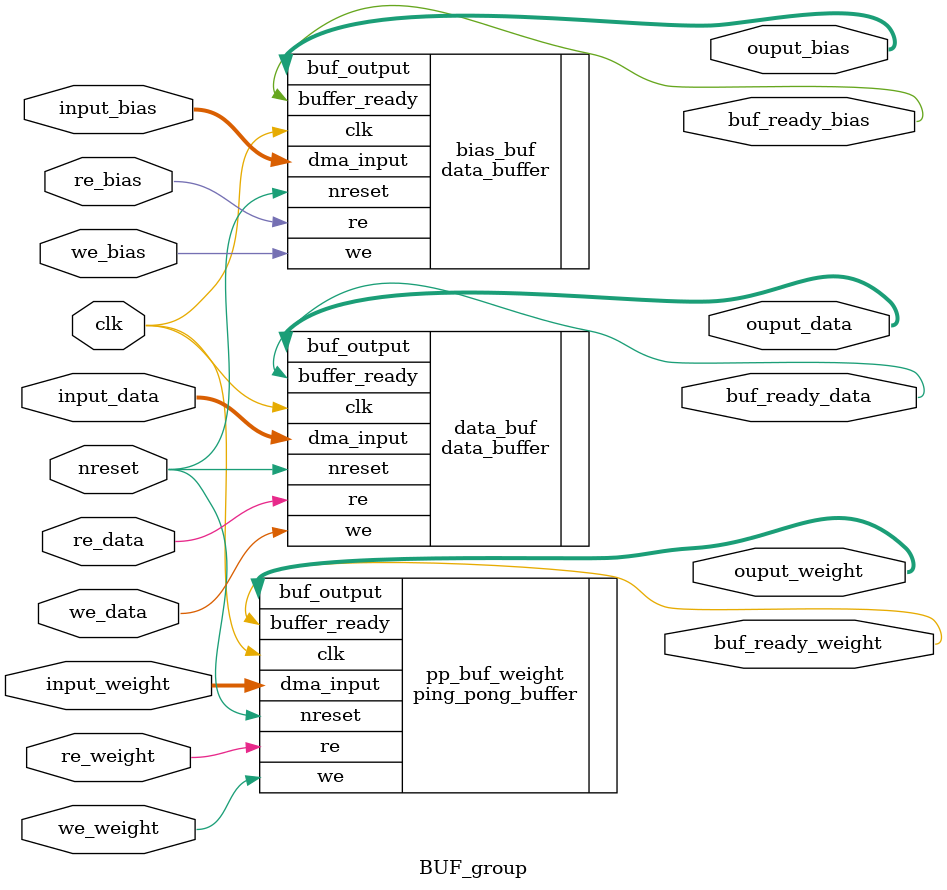
<source format=sv>
`timescale 1ns / 1ps


module BUF_group#(
    parameter DWIDTH = 32,
    parameter BUFFER_SIZE = 64,
    parameter BUFFER_SIZE_BIAS = 10,
    parameter NUM_DATA = 16
)(
    input clk,
    input nreset,
    
    input we_data,
    input we_bias,
    input we_weight,
    
    input [DWIDTH-1:0] input_data,
    input [DWIDTH-1:0] input_bias,
    input [DWIDTH-1:0] input_weight,
    
    input re_data,
    input re_bias,
    input re_weight,
    
    output wire [(DWIDTH*NUM_DATA)-1:0] ouput_data,
    output wire [(DWIDTH*NUM_DATA)-1:0] ouput_weight,
    output wire [DWIDTH-1:0] ouput_bias,
    
    output reg buf_ready_data,
    output reg buf_ready_bias,
    output reg buf_ready_weight
    );
    
    ping_pong_buffer #(.DWIDTH(DWIDTH),.BUFFER_SIZE(BUFFER_SIZE),.NUM_DATA(NUM_DATA))
        pp_buf_weight (.clk(clk), .nreset(nreset), .we(we_weight), 
                       .dma_input(input_weight), .re(re_weight),
                       .buf_output(ouput_weight),.buffer_ready(buf_ready_weight)   );
    
    data_buffer #(.DWIDTH(DWIDTH),.BUFFER_SIZE(BUFFER_SIZE),.NUM_DATA(NUM_DATA))
        data_buf (.clk(clk), .nreset(nreset), .we(we_data), 
                  .dma_input(input_data), .re(re_data),
                  .buf_output(ouput_data),.buffer_ready(buf_ready_data)   );
    
    data_buffer #(.DWIDTH(DWIDTH),.BUFFER_SIZE(BUFFER_SIZE_BIAS),.NUM_DATA(1'b1))
        bias_buf (.clk(clk), .nreset(nreset), .we(we_bias), 
                  .dma_input(input_bias), .re(re_bias),
                  .buf_output(ouput_bias),.buffer_ready(buf_ready_bias)   );
    
endmodule

</source>
